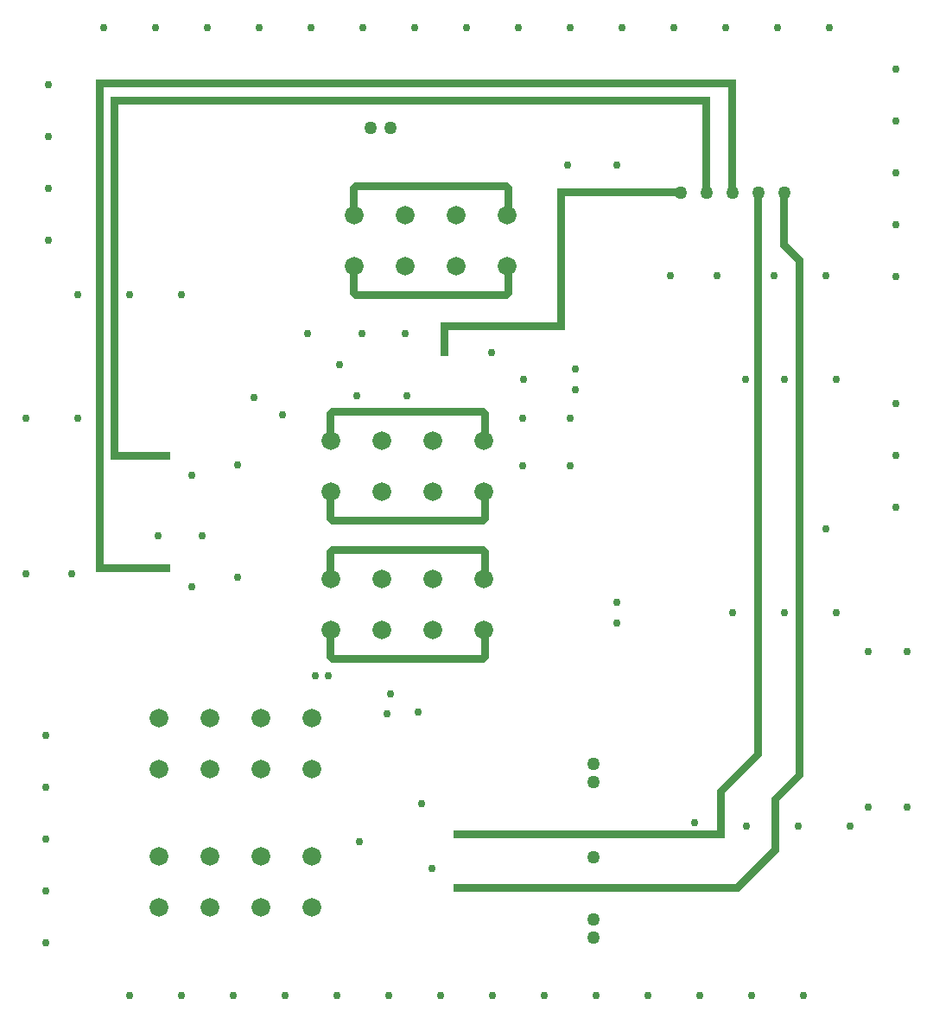
<source format=gbr>
G04 ===== Begin FILE IDENTIFICATION =====*
G04 File Format:  Gerber RS274X*
G04 ===== End FILE IDENTIFICATION =====*
%FSLAX26Y26*%
%MOIN*%
%SFA1.0000B1.0000*%
%OFA0.0B0.0*%
%ADD14C,0.030000*%
%ADD15C,0.050000*%
%ADD16C,0.072000*%
%LNpc3*%
%IPPOS*%
%LPD*%
G75*
D14*
X2140000Y3350000D03*
X867169Y1762000D03*
X1715470Y562500D03*
D15*
X2975000Y3245000D03*
D14*
X690218Y1724500D03*
X1137518Y2703014D03*
D15*
X2575000Y3245000D03*
D14*
X1442500Y1235000D03*
X1335000Y740000D03*
X1215000Y1380000D03*
D15*
X2240000Y970000D03*
D14*
X690218Y2156500D03*
X867169Y2194000D03*
D15*
X2240000Y1040000D03*
D14*
X1965000Y2190000D03*
X2150000D03*
X1965000Y2375000D03*
X2150000D03*
X1617451Y637500D03*
X1574500Y887451D03*
X1847500Y2627549D03*
X1325000Y2462500D03*
X1520000D03*
D16*
X1152000Y1022250D03*
X955000D03*
X758000D03*
X561000D03*
X1152000Y1219250D03*
X955000D03*
X758000D03*
X561000D03*
D14*
X50000Y1775000D03*
X2850000Y147375D03*
X225000Y1775000D03*
X2650000Y147375D03*
D16*
X1815662Y2092202D03*
X1618662D03*
X1421662D03*
X1224662D03*
X1815662Y2289202D03*
X1618662D03*
X1421662D03*
X1224662D03*
D14*
X2450000Y147375D03*
D16*
X1815662Y1558202D03*
X1618662D03*
X1421662D03*
X1224662D03*
X1815662Y1755202D03*
X1618662D03*
X1421662D03*
X1224662D03*
D14*
X2250000Y147375D03*
X450000D03*
D15*
X2875000Y3245000D03*
D14*
X650000Y147375D03*
D15*
X2775000Y3245000D03*
D14*
X850000Y147375D03*
X250000Y2375000D03*
X1050000Y147375D03*
X50000Y2375000D03*
X125000Y1150000D03*
X2050000Y147375D03*
X125000Y950000D03*
X1850000Y147375D03*
X125000Y750000D03*
X1650000Y147375D03*
X125000Y550000D03*
X1450000Y147375D03*
X125000Y350000D03*
X1250000Y147375D03*
X3050000D03*
X2628750Y814500D03*
X2828750Y802500D03*
X3028750D03*
X3228750D03*
X2775000Y1625000D03*
X2975000D03*
X3175000D03*
X3450000Y1475000D03*
X3300000D03*
X3405000Y2430000D03*
Y2230000D03*
Y2030000D03*
Y2920000D03*
Y3120000D03*
Y3320000D03*
Y3520000D03*
X3150000Y3880000D03*
X2950000D03*
X2750000D03*
X2550000D03*
X2350000D03*
X2150000D03*
X1950000D03*
X1750000D03*
X1550000D03*
X1350000D03*
X1150000D03*
X950000D03*
X750000D03*
X550000D03*
X350000D03*
X135000Y3660000D03*
Y3460000D03*
Y3260000D03*
Y3060000D03*
X250000Y2850000D03*
X450000D03*
X650000D03*
X1512254Y2702500D03*
X1345000D03*
X2535000Y2925000D03*
X2715000D03*
X2935000D03*
X3135000D03*
Y1947625D03*
D15*
X2675000Y3245000D03*
D14*
X2825000Y2525000D03*
X2975000D03*
X3175000D03*
X3300000Y875000D03*
X3450000D03*
X3405000Y3720000D03*
D16*
X1152000Y488250D03*
X955000D03*
X758000D03*
X561000D03*
X1152000Y685250D03*
X955000D03*
X758000D03*
X561000D03*
D14*
X1260000Y2580000D03*
D15*
X1380000Y3495000D03*
X1455000D03*
X2240000Y682592D03*
Y370000D03*
Y440000D03*
D14*
X559999Y1920241D03*
D16*
X1906254Y2961046D03*
X1709254D03*
X1512254D03*
X1315254D03*
X1906254Y3158046D03*
X1709254D03*
X1512254D03*
X1315254D03*
D14*
X730000Y1920000D03*
X1970000Y2525000D03*
X1165000Y1380000D03*
X2330000Y3350000D03*
X2170000Y2565000D03*
Y2485000D03*
X2330000Y1665000D03*
Y1585000D03*
X1715500Y769500D03*
X590000Y1797500D03*
X592169Y2231500D03*
X1663500Y2629500D03*
X1562500Y1242500D03*
X1457500Y1310000D03*
X1040000Y2387500D03*
X930000Y2455000D03*
G36*
G01X1239662Y2289202D02*
G01Y2386156D01*
G01X1804408D01*
G01Y2289202D01*
G01Y2274202D01*
G01X1834408D01*
G01Y2289202D01*
G01Y2398156D01*
G01X1816408Y2416156D01*
G01X1227662D01*
G01X1209662Y2398156D01*
G01Y2289202D01*
G01Y2274202D01*
G01X1239662D01*
G01Y2289202D01*
G37*
G36*
G01X1832500Y2745000D02*
G01X1648500D01*
G01Y2629500D01*
G01Y2614500D01*
G01X1678500D01*
G01Y2629500D01*
G01Y2715000D01*
G01X1832500D01*
G01X1847500D01*
G01Y2745000D01*
G01X1832500D01*
G37*
G36*
G01X1209662Y1558202D02*
G01Y1449248D01*
G01X1227662Y1431248D01*
G01X1816408D01*
G01X1834408Y1449248D01*
G01Y1558202D01*
G01Y1573202D01*
G01X1804408D01*
G01Y1558202D01*
G01Y1461248D01*
G01X1239662D01*
G01Y1558202D01*
G01Y1573202D01*
G01X1209662D01*
G01Y1558202D01*
G37*
G36*
G01X2575000Y3260000D02*
G01X2100000D01*
G01Y2745000D01*
G01X1847500D01*
G01X1832500D01*
G01Y2715000D01*
G01X1847500D01*
G01X2130000D01*
G01Y3230000D01*
G01X2575000D01*
G01X2590000D01*
G01Y3260000D01*
G01X2575000D01*
G37*
G36*
G01X2690000Y3245000D02*
G01Y3615000D01*
G01X375000D01*
G01Y2216500D01*
G01X592169D01*
G01X607169D01*
G01Y2246500D01*
G01X592169D01*
G01X405000D01*
G01Y3585000D01*
G01X2660000D01*
G01Y3245000D01*
G01Y3230000D01*
G01X2690000D01*
G01Y3245000D01*
G37*
G36*
G01X1300254Y2961046D02*
G01Y2852092D01*
G01X1318254Y2834092D01*
G01X1907000D01*
G01X1925000Y2852092D01*
G01Y2961046D01*
G01Y2976046D01*
G01X1895000D01*
G01Y2961046D01*
G01Y2864092D01*
G01X1330254D01*
G01Y2961046D01*
G01Y2976046D01*
G01X1300254D01*
G01Y2961046D01*
G37*
G36*
G01X2860000Y3245000D02*
G01Y1086213D01*
G01X2715000Y941213D01*
G01Y784500D01*
G01X1715500D01*
G01X1700500D01*
G01Y754500D01*
G01X1715500D01*
G01X2745000D01*
G01Y928787D01*
G01X2890000Y1073787D01*
G01Y3245000D01*
G01Y3260000D01*
G01X2860000D01*
G01Y3245000D01*
G37*
G36*
G01X1330254Y3158046D02*
G01Y3255000D01*
G01X1895000D01*
G01Y3158046D01*
G01Y3143046D01*
G01X1925000D01*
G01Y3158046D01*
G01Y3267000D01*
G01X1907000Y3285000D01*
G01X1318254D01*
G01X1300254Y3267000D01*
G01Y3158046D01*
G01Y3143046D01*
G01X1330254D01*
G01Y3158046D01*
G37*
G36*
G01X2960000Y3245000D02*
G01Y3038787D01*
G01X3020000Y2978787D01*
G01Y1006213D01*
G01X2925000Y911213D01*
G01Y716213D01*
G01X2786287Y577500D01*
G01X1715470D01*
G01X1700470D01*
G01Y547500D01*
G01X1715470D01*
G01X2798713D01*
G01X2955000Y703787D01*
G01Y898787D01*
G01X3050000Y993787D01*
G01Y2991213D01*
G01X2990000Y3051213D01*
G01Y3245000D01*
G01Y3260000D01*
G01X2960000D01*
G01Y3245000D01*
G37*
G36*
G01X2790000Y3245000D02*
G01Y3680000D01*
G01X320000D01*
G01Y1782500D01*
G01X590000D01*
G01X605000D01*
G01Y1812500D01*
G01X590000D01*
G01X350000D01*
G01Y3650000D01*
G01X2760000D01*
G01Y3245000D01*
G01Y3230000D01*
G01X2790000D01*
G01Y3245000D01*
G37*
G36*
G01X1239662Y1755202D02*
G01Y1852358D01*
G01X1804408D01*
G01Y1755202D01*
G01Y1740202D01*
G01X1834408D01*
G01Y1755202D01*
G01Y1864358D01*
G01X1816408Y1882358D01*
G01X1227662D01*
G01X1209662Y1864358D01*
G01Y1755202D01*
G01Y1740202D01*
G01X1239662D01*
G01Y1755202D01*
G37*
G36*
G01X1209662Y2092202D02*
G01Y1983000D01*
G01X1227662Y1965000D01*
G01X1816408D01*
G01X1834408Y1983000D01*
G01Y2092202D01*
G01Y2107202D01*
G01X1804408D01*
G01Y2092202D01*
G01Y1995000D01*
G01X1239662D01*
G01Y2092202D01*
G01Y2107202D01*
G01X1209662D01*
G01Y2092202D01*
G37*
M02*


</source>
